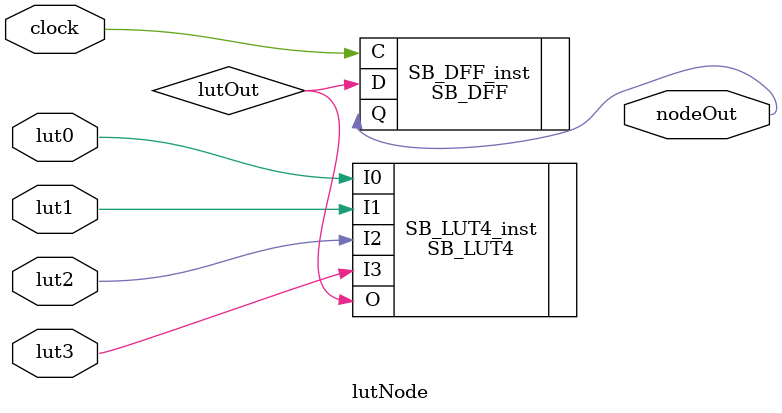
<source format=v>
/*
Copyright 2021 Chris Kiefer.
Supported by the AHRC MIMIC project https://mimicproject.com
Licensed under the MIT license.
See license.md file in the project root for full license information.
*/


module lutNode(
    input lut0,
    input lut1,
    input lut2,
    input lut3,
    input clock,
    output nodeOut
);

wire lutOut;
SB_LUT4 SB_LUT4_inst (.O (lutOut),// output
        .I0 (lut0),// data input 0
        .I1 (lut1),// data input 1
        .I2 (lut2),// data input 2
        .I3 (lut3) // data input 3
        );

parameter TT = 16'b1111111111111111;

defparam SB_LUT4_inst.LUT_INIT=TT;


SB_DFF SB_DFF_inst (
    .Q(nodeOut), // Registered Output
    .C(clock), // Clock
    .D(lutOut), // Data
);

endmodule
</source>
